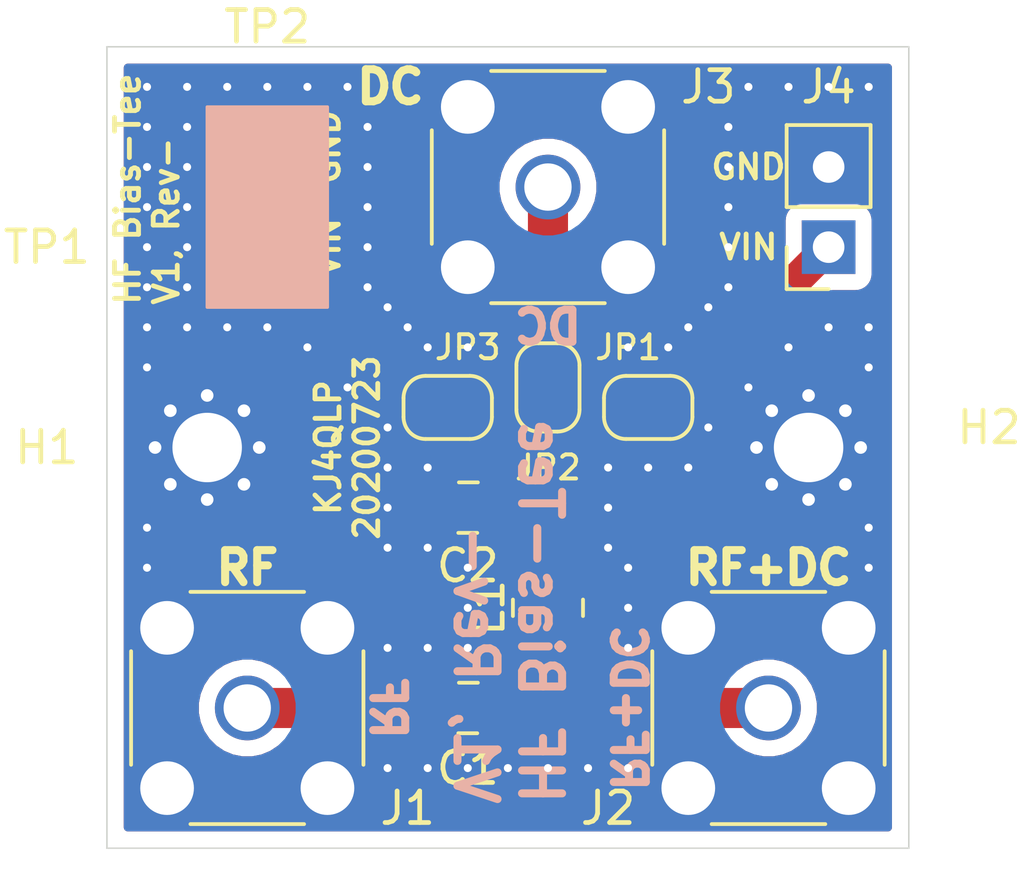
<source format=kicad_pcb>
(kicad_pcb (version 20171130) (host pcbnew 5.1.6-c6e7f7d~87~ubuntu16.04.1)

  (general
    (thickness 1.6)
    (drawings 18)
    (tracks 99)
    (zones 0)
    (modules 14)
    (nets 8)
  )

  (page USLetter)
  (title_block
    (title "HF Bias Tee - Version 1")
    (date 2020-07-23)
    (rev -)
    (company "Amateur Radio")
    (comment 2 creativecommons.org/licenses/by/4.0/)
    (comment 3 "License: CC BY 4.0")
    (comment 4 "Author: Zach Leffke, KJ4QLP")
  )

  (layers
    (0 F.Cu signal)
    (31 B.Cu signal)
    (32 B.Adhes user)
    (33 F.Adhes user)
    (34 B.Paste user)
    (35 F.Paste user)
    (36 B.SilkS user)
    (37 F.SilkS user)
    (38 B.Mask user)
    (39 F.Mask user)
    (40 Dwgs.User user)
    (41 Cmts.User user)
    (42 Eco1.User user)
    (43 Eco2.User user)
    (44 Edge.Cuts user)
    (45 Margin user)
    (46 B.CrtYd user)
    (47 F.CrtYd user)
    (48 B.Fab user)
    (49 F.Fab user)
  )

  (setup
    (last_trace_width 1.27)
    (user_trace_width 0.508)
    (user_trace_width 0.762)
    (user_trace_width 1.016)
    (user_trace_width 1.27)
    (trace_clearance 0.254)
    (zone_clearance 0.508)
    (zone_45_only no)
    (trace_min 0.254)
    (via_size 0.508)
    (via_drill 0.254)
    (via_min_size 0.508)
    (via_min_drill 0.254)
    (user_via 0.762 0.381)
    (user_via 1.016 0.508)
    (uvia_size 0.508)
    (uvia_drill 0.254)
    (uvias_allowed no)
    (uvia_min_size 0.508)
    (uvia_min_drill 0.254)
    (edge_width 0.05)
    (segment_width 0.2)
    (pcb_text_width 0.3)
    (pcb_text_size 1.5 1.5)
    (mod_edge_width 0.12)
    (mod_text_size 1 1)
    (mod_text_width 0.15)
    (pad_size 1.524 1.524)
    (pad_drill 0.762)
    (pad_to_mask_clearance 0.05)
    (aux_axis_origin 0 0)
    (visible_elements FFFDFF7F)
    (pcbplotparams
      (layerselection 0x010fc_ffffffff)
      (usegerberextensions false)
      (usegerberattributes true)
      (usegerberadvancedattributes true)
      (creategerberjobfile true)
      (excludeedgelayer true)
      (linewidth 0.100000)
      (plotframeref false)
      (viasonmask false)
      (mode 1)
      (useauxorigin false)
      (hpglpennumber 1)
      (hpglpenspeed 20)
      (hpglpendiameter 15.000000)
      (psnegative false)
      (psa4output false)
      (plotreference true)
      (plotvalue true)
      (plotinvisibletext false)
      (padsonsilk false)
      (subtractmaskfromsilk false)
      (outputformat 1)
      (mirror false)
      (drillshape 1)
      (scaleselection 1)
      (outputdirectory ""))
  )

  (net 0 "")
  (net 1 "Net-(C1-Pad1)")
  (net 2 "Net-(C1-Pad2)")
  (net 3 "Net-(C2-Pad1)")
  (net 4 GND)
  (net 5 "Net-(J3-Pad1)")
  (net 6 "Net-(J4-Pad1)")
  (net 7 "Net-(JP3-Pad2)")

  (net_class Default "This is the default net class."
    (clearance 0.254)
    (trace_width 0.254)
    (via_dia 0.508)
    (via_drill 0.254)
    (uvia_dia 0.508)
    (uvia_drill 0.254)
    (diff_pair_width 0.254)
    (diff_pair_gap 0.254)
    (add_net GND)
    (add_net "Net-(C1-Pad1)")
    (add_net "Net-(C1-Pad2)")
    (add_net "Net-(C2-Pad1)")
    (add_net "Net-(J3-Pad1)")
    (add_net "Net-(J4-Pad1)")
    (add_net "Net-(JP3-Pad2)")
  )

  (module TestPoint:TestPoint_Pad_2.0x2.0mm (layer F.Cu) (tedit 5A0F774F) (tstamp 5F197600)
    (at 125.73 85.725)
    (descr "SMD rectangular pad as test Point, square 2.0mm side length")
    (tags "test point SMD pad rectangle square")
    (path /5F1ACFF8)
    (attr virtual)
    (fp_text reference TP2 (at 0 -3.81) (layer F.SilkS)
      (effects (font (size 1 1) (thickness 0.15)))
    )
    (fp_text value GND (at 0 2.05) (layer F.Fab)
      (effects (font (size 1 1) (thickness 0.15)))
    )
    (fp_text user %R (at 0 -3.81) (layer F.Fab)
      (effects (font (size 1 1) (thickness 0.15)))
    )
    (fp_line (start -1.2 -1.2) (end 1.2 -1.2) (layer F.SilkS) (width 0.12))
    (fp_line (start 1.2 -1.2) (end 1.2 1.2) (layer F.SilkS) (width 0.12))
    (fp_line (start 1.2 1.2) (end -1.2 1.2) (layer F.SilkS) (width 0.12))
    (fp_line (start -1.2 1.2) (end -1.2 -1.2) (layer F.SilkS) (width 0.12))
    (fp_line (start -1.5 -1.5) (end 1.5 -1.5) (layer F.CrtYd) (width 0.05))
    (fp_line (start -1.5 -1.5) (end -1.5 1.5) (layer F.CrtYd) (width 0.05))
    (fp_line (start 1.5 1.5) (end 1.5 -1.5) (layer F.CrtYd) (width 0.05))
    (fp_line (start 1.5 1.5) (end -1.5 1.5) (layer F.CrtYd) (width 0.05))
    (pad 1 smd rect (at 0 0) (size 2 2) (layers F.Cu F.Mask)
      (net 4 GND))
  )

  (module TestPoint:TestPoint_Pad_2.0x2.0mm (layer F.Cu) (tedit 5A0F774F) (tstamp 5F1975F2)
    (at 125.73 88.9)
    (descr "SMD rectangular pad as test Point, square 2.0mm side length")
    (tags "test point SMD pad rectangle square")
    (path /5F1A643D)
    (attr virtual)
    (fp_text reference TP1 (at -6.985 0) (layer F.SilkS)
      (effects (font (size 1 1) (thickness 0.15)))
    )
    (fp_text value VIN (at 0 2.05) (layer F.Fab)
      (effects (font (size 1 1) (thickness 0.15)))
    )
    (fp_text user %R (at 0 -2) (layer F.Fab)
      (effects (font (size 1 1) (thickness 0.15)))
    )
    (fp_line (start -1.2 -1.2) (end 1.2 -1.2) (layer F.SilkS) (width 0.12))
    (fp_line (start 1.2 -1.2) (end 1.2 1.2) (layer F.SilkS) (width 0.12))
    (fp_line (start 1.2 1.2) (end -1.2 1.2) (layer F.SilkS) (width 0.12))
    (fp_line (start -1.2 1.2) (end -1.2 -1.2) (layer F.SilkS) (width 0.12))
    (fp_line (start -1.5 -1.5) (end 1.5 -1.5) (layer F.CrtYd) (width 0.05))
    (fp_line (start -1.5 -1.5) (end -1.5 1.5) (layer F.CrtYd) (width 0.05))
    (fp_line (start 1.5 1.5) (end 1.5 -1.5) (layer F.CrtYd) (width 0.05))
    (fp_line (start 1.5 1.5) (end -1.5 1.5) (layer F.CrtYd) (width 0.05))
    (pad 1 smd rect (at 0 0) (size 2 2) (layers F.Cu F.Mask)
      (net 7 "Net-(JP3-Pad2)"))
  )

  (module MountingHole:MountingHole_2.2mm_M2_Pad_Via (layer F.Cu) (tedit 56DDB9C7) (tstamp 5F19A5C2)
    (at 142.875 95.25)
    (descr "Mounting Hole 2.2mm, M2")
    (tags "mounting hole 2.2mm m2")
    (path /5F1CF07E)
    (attr virtual)
    (fp_text reference H2 (at 5.715 -0.635) (layer F.SilkS)
      (effects (font (size 1 1) (thickness 0.15)))
    )
    (fp_text value MHP (at 0 3.2) (layer F.Fab)
      (effects (font (size 1 1) (thickness 0.15)))
    )
    (fp_text user %R (at 0.3 0) (layer F.Fab)
      (effects (font (size 1 1) (thickness 0.15)))
    )
    (fp_circle (center 0 0) (end 2.2 0) (layer Cmts.User) (width 0.15))
    (fp_circle (center 0 0) (end 2.45 0) (layer F.CrtYd) (width 0.05))
    (pad 1 thru_hole circle (at 1.166726 -1.166726) (size 0.7 0.7) (drill 0.4) (layers *.Cu *.Mask)
      (net 4 GND))
    (pad 1 thru_hole circle (at 0 -1.65) (size 0.7 0.7) (drill 0.4) (layers *.Cu *.Mask)
      (net 4 GND))
    (pad 1 thru_hole circle (at -1.166726 -1.166726) (size 0.7 0.7) (drill 0.4) (layers *.Cu *.Mask)
      (net 4 GND))
    (pad 1 thru_hole circle (at -1.65 0) (size 0.7 0.7) (drill 0.4) (layers *.Cu *.Mask)
      (net 4 GND))
    (pad 1 thru_hole circle (at -1.166726 1.166726) (size 0.7 0.7) (drill 0.4) (layers *.Cu *.Mask)
      (net 4 GND))
    (pad 1 thru_hole circle (at 0 1.65) (size 0.7 0.7) (drill 0.4) (layers *.Cu *.Mask)
      (net 4 GND))
    (pad 1 thru_hole circle (at 1.166726 1.166726) (size 0.7 0.7) (drill 0.4) (layers *.Cu *.Mask)
      (net 4 GND))
    (pad 1 thru_hole circle (at 1.65 0) (size 0.7 0.7) (drill 0.4) (layers *.Cu *.Mask)
      (net 4 GND))
    (pad 1 thru_hole circle (at 0 0) (size 4.4 4.4) (drill 2.2) (layers *.Cu *.Mask)
      (net 4 GND))
  )

  (module MountingHole:MountingHole_2.2mm_M2_Pad_Via (layer F.Cu) (tedit 56DDB9C7) (tstamp 5F19A5B2)
    (at 123.825 95.25)
    (descr "Mounting Hole 2.2mm, M2")
    (tags "mounting hole 2.2mm m2")
    (path /5F1CF657)
    (attr virtual)
    (fp_text reference H1 (at -5.08 0) (layer F.SilkS)
      (effects (font (size 1 1) (thickness 0.15)))
    )
    (fp_text value MHP (at 0 3.2) (layer F.Fab)
      (effects (font (size 1 1) (thickness 0.15)))
    )
    (fp_text user %R (at 0.3 0) (layer F.Fab)
      (effects (font (size 1 1) (thickness 0.15)))
    )
    (fp_circle (center 0 0) (end 2.2 0) (layer Cmts.User) (width 0.15))
    (fp_circle (center 0 0) (end 2.45 0) (layer F.CrtYd) (width 0.05))
    (pad 1 thru_hole circle (at 1.166726 -1.166726) (size 0.7 0.7) (drill 0.4) (layers *.Cu *.Mask)
      (net 4 GND))
    (pad 1 thru_hole circle (at 0 -1.65) (size 0.7 0.7) (drill 0.4) (layers *.Cu *.Mask)
      (net 4 GND))
    (pad 1 thru_hole circle (at -1.166726 -1.166726) (size 0.7 0.7) (drill 0.4) (layers *.Cu *.Mask)
      (net 4 GND))
    (pad 1 thru_hole circle (at -1.65 0) (size 0.7 0.7) (drill 0.4) (layers *.Cu *.Mask)
      (net 4 GND))
    (pad 1 thru_hole circle (at -1.166726 1.166726) (size 0.7 0.7) (drill 0.4) (layers *.Cu *.Mask)
      (net 4 GND))
    (pad 1 thru_hole circle (at 0 1.65) (size 0.7 0.7) (drill 0.4) (layers *.Cu *.Mask)
      (net 4 GND))
    (pad 1 thru_hole circle (at 1.166726 1.166726) (size 0.7 0.7) (drill 0.4) (layers *.Cu *.Mask)
      (net 4 GND))
    (pad 1 thru_hole circle (at 1.65 0) (size 0.7 0.7) (drill 0.4) (layers *.Cu *.Mask)
      (net 4 GND))
    (pad 1 thru_hole circle (at 0 0) (size 4.4 4.4) (drill 2.2) (layers *.Cu *.Mask)
      (net 4 GND))
  )

  (module Jumper:SolderJumper-2_P1.3mm_Open_RoundedPad1.0x1.5mm (layer F.Cu) (tedit 5B391E66) (tstamp 5F199AAD)
    (at 131.445 93.98 180)
    (descr "SMD Solder Jumper, 1x1.5mm, rounded Pads, 0.3mm gap, open")
    (tags "solder jumper open")
    (path /5F1C9C22)
    (attr virtual)
    (fp_text reference JP3 (at -0.635 1.905) (layer F.SilkS)
      (effects (font (size 0.762 0.762) (thickness 0.127)))
    )
    (fp_text value SJ (at 0 1.9) (layer F.Fab)
      (effects (font (size 1 1) (thickness 0.15)))
    )
    (fp_arc (start -0.7 -0.3) (end -0.7 -1) (angle -90) (layer F.SilkS) (width 0.12))
    (fp_arc (start -0.7 0.3) (end -1.4 0.3) (angle -90) (layer F.SilkS) (width 0.12))
    (fp_arc (start 0.7 0.3) (end 0.7 1) (angle -90) (layer F.SilkS) (width 0.12))
    (fp_arc (start 0.7 -0.3) (end 1.4 -0.3) (angle -90) (layer F.SilkS) (width 0.12))
    (fp_line (start -1.4 0.3) (end -1.4 -0.3) (layer F.SilkS) (width 0.12))
    (fp_line (start 0.7 1) (end -0.7 1) (layer F.SilkS) (width 0.12))
    (fp_line (start 1.4 -0.3) (end 1.4 0.3) (layer F.SilkS) (width 0.12))
    (fp_line (start -0.7 -1) (end 0.7 -1) (layer F.SilkS) (width 0.12))
    (fp_line (start -1.65 -1.25) (end 1.65 -1.25) (layer F.CrtYd) (width 0.05))
    (fp_line (start -1.65 -1.25) (end -1.65 1.25) (layer F.CrtYd) (width 0.05))
    (fp_line (start 1.65 1.25) (end 1.65 -1.25) (layer F.CrtYd) (width 0.05))
    (fp_line (start 1.65 1.25) (end -1.65 1.25) (layer F.CrtYd) (width 0.05))
    (pad 2 smd custom (at 0.65 0 180) (size 1 0.5) (layers F.Cu F.Mask)
      (net 7 "Net-(JP3-Pad2)") (zone_connect 2)
      (options (clearance outline) (anchor rect))
      (primitives
        (gr_circle (center 0 0.25) (end 0.5 0.25) (width 0))
        (gr_circle (center 0 -0.25) (end 0.5 -0.25) (width 0))
        (gr_poly (pts
           (xy 0 -0.75) (xy -0.5 -0.75) (xy -0.5 0.75) (xy 0 0.75)) (width 0))
      ))
    (pad 1 smd custom (at -0.65 0 180) (size 1 0.5) (layers F.Cu F.Mask)
      (net 3 "Net-(C2-Pad1)") (zone_connect 2)
      (options (clearance outline) (anchor rect))
      (primitives
        (gr_circle (center 0 0.25) (end 0.5 0.25) (width 0))
        (gr_circle (center 0 -0.25) (end 0.5 -0.25) (width 0))
        (gr_poly (pts
           (xy 0 -0.75) (xy 0.5 -0.75) (xy 0.5 0.75) (xy 0 0.75)) (width 0))
      ))
  )

  (module Jumper:SolderJumper-2_P1.3mm_Open_RoundedPad1.0x1.5mm (layer F.Cu) (tedit 5B391E66) (tstamp 5F199A79)
    (at 137.795 93.98 180)
    (descr "SMD Solder Jumper, 1x1.5mm, rounded Pads, 0.3mm gap, open")
    (tags "solder jumper open")
    (path /5F1C864D)
    (attr virtual)
    (fp_text reference JP1 (at 0.635 1.905) (layer F.SilkS)
      (effects (font (size 0.762 0.762) (thickness 0.127)))
    )
    (fp_text value SJ (at 0 1.9) (layer F.Fab)
      (effects (font (size 1 1) (thickness 0.15)))
    )
    (fp_arc (start -0.7 -0.3) (end -0.7 -1) (angle -90) (layer F.SilkS) (width 0.12))
    (fp_arc (start -0.7 0.3) (end -1.4 0.3) (angle -90) (layer F.SilkS) (width 0.12))
    (fp_arc (start 0.7 0.3) (end 0.7 1) (angle -90) (layer F.SilkS) (width 0.12))
    (fp_arc (start 0.7 -0.3) (end 1.4 -0.3) (angle -90) (layer F.SilkS) (width 0.12))
    (fp_line (start -1.4 0.3) (end -1.4 -0.3) (layer F.SilkS) (width 0.12))
    (fp_line (start 0.7 1) (end -0.7 1) (layer F.SilkS) (width 0.12))
    (fp_line (start 1.4 -0.3) (end 1.4 0.3) (layer F.SilkS) (width 0.12))
    (fp_line (start -0.7 -1) (end 0.7 -1) (layer F.SilkS) (width 0.12))
    (fp_line (start -1.65 -1.25) (end 1.65 -1.25) (layer F.CrtYd) (width 0.05))
    (fp_line (start -1.65 -1.25) (end -1.65 1.25) (layer F.CrtYd) (width 0.05))
    (fp_line (start 1.65 1.25) (end 1.65 -1.25) (layer F.CrtYd) (width 0.05))
    (fp_line (start 1.65 1.25) (end -1.65 1.25) (layer F.CrtYd) (width 0.05))
    (pad 2 smd custom (at 0.65 0 180) (size 1 0.5) (layers F.Cu F.Mask)
      (net 3 "Net-(C2-Pad1)") (zone_connect 2)
      (options (clearance outline) (anchor rect))
      (primitives
        (gr_circle (center 0 0.25) (end 0.5 0.25) (width 0))
        (gr_circle (center 0 -0.25) (end 0.5 -0.25) (width 0))
        (gr_poly (pts
           (xy 0 -0.75) (xy -0.5 -0.75) (xy -0.5 0.75) (xy 0 0.75)) (width 0))
      ))
    (pad 1 smd custom (at -0.65 0 180) (size 1 0.5) (layers F.Cu F.Mask)
      (net 6 "Net-(J4-Pad1)") (zone_connect 2)
      (options (clearance outline) (anchor rect))
      (primitives
        (gr_circle (center 0 0.25) (end 0.5 0.25) (width 0))
        (gr_circle (center 0 -0.25) (end 0.5 -0.25) (width 0))
        (gr_poly (pts
           (xy 0 -0.75) (xy 0.5 -0.75) (xy 0.5 0.75) (xy 0 0.75)) (width 0))
      ))
  )

  (module Jumper:SolderJumper-2_P1.3mm_Open_RoundedPad1.0x1.5mm (layer F.Cu) (tedit 5B391E66) (tstamp 5F1994A9)
    (at 134.62 93.345 90)
    (descr "SMD Solder Jumper, 1x1.5mm, rounded Pads, 0.3mm gap, open")
    (tags "solder jumper open")
    (path /5F1BC0EF)
    (attr virtual)
    (fp_text reference JP2 (at -2.54 0 180) (layer F.SilkS)
      (effects (font (size 0.762 0.762) (thickness 0.127)))
    )
    (fp_text value SJ (at 0 1.9 90) (layer F.Fab)
      (effects (font (size 1 1) (thickness 0.15)))
    )
    (fp_arc (start -0.7 -0.3) (end -0.7 -1) (angle -90) (layer F.SilkS) (width 0.12))
    (fp_arc (start -0.7 0.3) (end -1.4 0.3) (angle -90) (layer F.SilkS) (width 0.12))
    (fp_arc (start 0.7 0.3) (end 0.7 1) (angle -90) (layer F.SilkS) (width 0.12))
    (fp_arc (start 0.7 -0.3) (end 1.4 -0.3) (angle -90) (layer F.SilkS) (width 0.12))
    (fp_line (start -1.4 0.3) (end -1.4 -0.3) (layer F.SilkS) (width 0.12))
    (fp_line (start 0.7 1) (end -0.7 1) (layer F.SilkS) (width 0.12))
    (fp_line (start 1.4 -0.3) (end 1.4 0.3) (layer F.SilkS) (width 0.12))
    (fp_line (start -0.7 -1) (end 0.7 -1) (layer F.SilkS) (width 0.12))
    (fp_line (start -1.65 -1.25) (end 1.65 -1.25) (layer F.CrtYd) (width 0.05))
    (fp_line (start -1.65 -1.25) (end -1.65 1.25) (layer F.CrtYd) (width 0.05))
    (fp_line (start 1.65 1.25) (end 1.65 -1.25) (layer F.CrtYd) (width 0.05))
    (fp_line (start 1.65 1.25) (end -1.65 1.25) (layer F.CrtYd) (width 0.05))
    (pad 2 smd custom (at 0.65 0 90) (size 1 0.5) (layers F.Cu F.Mask)
      (net 5 "Net-(J3-Pad1)") (zone_connect 2)
      (options (clearance outline) (anchor rect))
      (primitives
        (gr_circle (center 0 0.25) (end 0.5 0.25) (width 0))
        (gr_circle (center 0 -0.25) (end 0.5 -0.25) (width 0))
        (gr_poly (pts
           (xy 0 -0.75) (xy -0.5 -0.75) (xy -0.5 0.75) (xy 0 0.75)) (width 0))
      ))
    (pad 1 smd custom (at -0.65 0 90) (size 1 0.5) (layers F.Cu F.Mask)
      (net 3 "Net-(C2-Pad1)") (zone_connect 2)
      (options (clearance outline) (anchor rect))
      (primitives
        (gr_circle (center 0 0.25) (end 0.5 0.25) (width 0))
        (gr_circle (center 0 -0.25) (end 0.5 -0.25) (width 0))
        (gr_poly (pts
           (xy 0 -0.75) (xy 0.5 -0.75) (xy 0.5 0.75) (xy 0 0.75)) (width 0))
      ))
  )

  (module Connector_PinSocket_2.54mm:PinSocket_1x02_P2.54mm_Vertical (layer F.Cu) (tedit 5A19A420) (tstamp 5F1975D3)
    (at 143.51 88.9 180)
    (descr "Through hole straight socket strip, 1x02, 2.54mm pitch, single row (from Kicad 4.0.7), script generated")
    (tags "Through hole socket strip THT 1x02 2.54mm single row")
    (path /5F1A7B62)
    (fp_text reference J4 (at 0 5.08) (layer F.SilkS)
      (effects (font (size 1 1) (thickness 0.15)))
    )
    (fp_text value DC (at 0 5.31) (layer F.Fab)
      (effects (font (size 1 1) (thickness 0.15)))
    )
    (fp_text user %R (at 0 1.27 90) (layer F.Fab)
      (effects (font (size 1 1) (thickness 0.15)))
    )
    (fp_line (start -1.27 -1.27) (end 0.635 -1.27) (layer F.Fab) (width 0.1))
    (fp_line (start 0.635 -1.27) (end 1.27 -0.635) (layer F.Fab) (width 0.1))
    (fp_line (start 1.27 -0.635) (end 1.27 3.81) (layer F.Fab) (width 0.1))
    (fp_line (start 1.27 3.81) (end -1.27 3.81) (layer F.Fab) (width 0.1))
    (fp_line (start -1.27 3.81) (end -1.27 -1.27) (layer F.Fab) (width 0.1))
    (fp_line (start -1.33 1.27) (end 1.33 1.27) (layer F.SilkS) (width 0.12))
    (fp_line (start -1.33 1.27) (end -1.33 3.87) (layer F.SilkS) (width 0.12))
    (fp_line (start -1.33 3.87) (end 1.33 3.87) (layer F.SilkS) (width 0.12))
    (fp_line (start 1.33 1.27) (end 1.33 3.87) (layer F.SilkS) (width 0.12))
    (fp_line (start 1.33 -1.33) (end 1.33 0) (layer F.SilkS) (width 0.12))
    (fp_line (start 0 -1.33) (end 1.33 -1.33) (layer F.SilkS) (width 0.12))
    (fp_line (start -1.8 -1.8) (end 1.75 -1.8) (layer F.CrtYd) (width 0.05))
    (fp_line (start 1.75 -1.8) (end 1.75 4.3) (layer F.CrtYd) (width 0.05))
    (fp_line (start 1.75 4.3) (end -1.8 4.3) (layer F.CrtYd) (width 0.05))
    (fp_line (start -1.8 4.3) (end -1.8 -1.8) (layer F.CrtYd) (width 0.05))
    (pad 2 thru_hole oval (at 0 2.54 180) (size 1.7 1.7) (drill 1) (layers *.Cu *.Mask)
      (net 4 GND))
    (pad 1 thru_hole rect (at 0 0 180) (size 1.7 1.7) (drill 1) (layers *.Cu *.Mask)
      (net 6 "Net-(J4-Pad1)"))
    (model ${KISYS3DMOD}/Connector_PinSocket_2.54mm.3dshapes/PinSocket_1x02_P2.54mm_Vertical.wrl
      (at (xyz 0 0 0))
      (scale (xyz 1 1 1))
      (rotate (xyz 0 0 0))
    )
  )

  (module Connector_Coaxial:SMA_Amphenol_132134_Vertical (layer F.Cu) (tedit 5B2F4DB6) (tstamp 5F1975BD)
    (at 134.62 86.995)
    (descr https://www.amphenolrf.com/downloads/dl/file/id/2187/product/2843/132134_customer_drawing.pdf)
    (tags "SMA THT Female Jack Vertical ExtendedLegs")
    (path /5F1A9041)
    (fp_text reference J3 (at 5.08 -3.175) (layer F.SilkS)
      (effects (font (size 1 1) (thickness 0.15)))
    )
    (fp_text value DC (at 0 5) (layer F.Fab)
      (effects (font (size 1 1) (thickness 0.15)))
    )
    (fp_text user %R (at 0 0) (layer F.Fab)
      (effects (font (size 1 1) (thickness 0.15)))
    )
    (fp_circle (center 0 0) (end 3.175 0) (layer F.Fab) (width 0.1))
    (fp_line (start 4.17 4.17) (end -4.17 4.17) (layer F.CrtYd) (width 0.05))
    (fp_line (start 4.17 4.17) (end 4.17 -4.17) (layer F.CrtYd) (width 0.05))
    (fp_line (start -4.17 -4.17) (end -4.17 4.17) (layer F.CrtYd) (width 0.05))
    (fp_line (start -4.17 -4.17) (end 4.17 -4.17) (layer F.CrtYd) (width 0.05))
    (fp_line (start -3.5 -3.5) (end 3.5 -3.5) (layer F.Fab) (width 0.1))
    (fp_line (start -3.5 -3.5) (end -3.5 3.5) (layer F.Fab) (width 0.1))
    (fp_line (start -3.5 3.5) (end 3.5 3.5) (layer F.Fab) (width 0.1))
    (fp_line (start 3.5 -3.5) (end 3.5 3.5) (layer F.Fab) (width 0.1))
    (fp_line (start -3.68 -1.8) (end -3.68 1.8) (layer F.SilkS) (width 0.12))
    (fp_line (start 3.68 -1.8) (end 3.68 1.8) (layer F.SilkS) (width 0.12))
    (fp_line (start -1.8 3.68) (end 1.8 3.68) (layer F.SilkS) (width 0.12))
    (fp_line (start -1.8 -3.68) (end 1.8 -3.68) (layer F.SilkS) (width 0.12))
    (pad 2 thru_hole circle (at -2.54 2.54) (size 2.25 2.25) (drill 1.7) (layers *.Cu *.Mask)
      (net 4 GND))
    (pad 2 thru_hole circle (at -2.54 -2.54) (size 2.25 2.25) (drill 1.7) (layers *.Cu *.Mask)
      (net 4 GND))
    (pad 2 thru_hole circle (at 2.54 -2.54) (size 2.25 2.25) (drill 1.7) (layers *.Cu *.Mask)
      (net 4 GND))
    (pad 2 thru_hole circle (at 2.54 2.54) (size 2.25 2.25) (drill 1.7) (layers *.Cu *.Mask)
      (net 4 GND))
    (pad 1 thru_hole circle (at 0 0) (size 2.05 2.05) (drill 1.5) (layers *.Cu *.Mask)
      (net 5 "Net-(J3-Pad1)"))
    (model ${KISYS3DMOD}/Connector_Coaxial.3dshapes/SMA_Amphenol_132134_Vertical.wrl
      (at (xyz 0 0 0))
      (scale (xyz 1 1 1))
      (rotate (xyz 0 0 0))
    )
  )

  (module Connector_Coaxial:SMA_Amphenol_132134_Vertical (layer F.Cu) (tedit 5B2F4DB6) (tstamp 5F1975A9)
    (at 141.605 103.505)
    (descr https://www.amphenolrf.com/downloads/dl/file/id/2187/product/2843/132134_customer_drawing.pdf)
    (tags "SMA THT Female Jack Vertical ExtendedLegs")
    (path /5F19325B)
    (fp_text reference J2 (at -5.08 3.175) (layer F.SilkS)
      (effects (font (size 1 1) (thickness 0.15)))
    )
    (fp_text value RF+DC (at 0 5) (layer F.Fab)
      (effects (font (size 1 1) (thickness 0.15)))
    )
    (fp_text user %R (at 0 0) (layer F.Fab)
      (effects (font (size 1 1) (thickness 0.15)))
    )
    (fp_circle (center 0 0) (end 3.175 0) (layer F.Fab) (width 0.1))
    (fp_line (start 4.17 4.17) (end -4.17 4.17) (layer F.CrtYd) (width 0.05))
    (fp_line (start 4.17 4.17) (end 4.17 -4.17) (layer F.CrtYd) (width 0.05))
    (fp_line (start -4.17 -4.17) (end -4.17 4.17) (layer F.CrtYd) (width 0.05))
    (fp_line (start -4.17 -4.17) (end 4.17 -4.17) (layer F.CrtYd) (width 0.05))
    (fp_line (start -3.5 -3.5) (end 3.5 -3.5) (layer F.Fab) (width 0.1))
    (fp_line (start -3.5 -3.5) (end -3.5 3.5) (layer F.Fab) (width 0.1))
    (fp_line (start -3.5 3.5) (end 3.5 3.5) (layer F.Fab) (width 0.1))
    (fp_line (start 3.5 -3.5) (end 3.5 3.5) (layer F.Fab) (width 0.1))
    (fp_line (start -3.68 -1.8) (end -3.68 1.8) (layer F.SilkS) (width 0.12))
    (fp_line (start 3.68 -1.8) (end 3.68 1.8) (layer F.SilkS) (width 0.12))
    (fp_line (start -1.8 3.68) (end 1.8 3.68) (layer F.SilkS) (width 0.12))
    (fp_line (start -1.8 -3.68) (end 1.8 -3.68) (layer F.SilkS) (width 0.12))
    (pad 2 thru_hole circle (at -2.54 2.54) (size 2.25 2.25) (drill 1.7) (layers *.Cu *.Mask)
      (net 4 GND))
    (pad 2 thru_hole circle (at -2.54 -2.54) (size 2.25 2.25) (drill 1.7) (layers *.Cu *.Mask)
      (net 4 GND))
    (pad 2 thru_hole circle (at 2.54 -2.54) (size 2.25 2.25) (drill 1.7) (layers *.Cu *.Mask)
      (net 4 GND))
    (pad 2 thru_hole circle (at 2.54 2.54) (size 2.25 2.25) (drill 1.7) (layers *.Cu *.Mask)
      (net 4 GND))
    (pad 1 thru_hole circle (at 0 0) (size 2.05 2.05) (drill 1.5) (layers *.Cu *.Mask)
      (net 1 "Net-(C1-Pad1)"))
    (model ${KISYS3DMOD}/Connector_Coaxial.3dshapes/SMA_Amphenol_132134_Vertical.wrl
      (at (xyz 0 0 0))
      (scale (xyz 1 1 1))
      (rotate (xyz 0 0 0))
    )
  )

  (module Connector_Coaxial:SMA_Amphenol_132134_Vertical (layer F.Cu) (tedit 5B2F4DB6) (tstamp 5F197595)
    (at 125.095 103.505)
    (descr https://www.amphenolrf.com/downloads/dl/file/id/2187/product/2843/132134_customer_drawing.pdf)
    (tags "SMA THT Female Jack Vertical ExtendedLegs")
    (path /5F1946C2)
    (fp_text reference J1 (at 5.08 3.175) (layer F.SilkS)
      (effects (font (size 1 1) (thickness 0.15)))
    )
    (fp_text value RF (at 0 5) (layer F.Fab)
      (effects (font (size 1 1) (thickness 0.15)))
    )
    (fp_text user %R (at 0 0) (layer F.Fab)
      (effects (font (size 1 1) (thickness 0.15)))
    )
    (fp_circle (center 0 0) (end 3.175 0) (layer F.Fab) (width 0.1))
    (fp_line (start 4.17 4.17) (end -4.17 4.17) (layer F.CrtYd) (width 0.05))
    (fp_line (start 4.17 4.17) (end 4.17 -4.17) (layer F.CrtYd) (width 0.05))
    (fp_line (start -4.17 -4.17) (end -4.17 4.17) (layer F.CrtYd) (width 0.05))
    (fp_line (start -4.17 -4.17) (end 4.17 -4.17) (layer F.CrtYd) (width 0.05))
    (fp_line (start -3.5 -3.5) (end 3.5 -3.5) (layer F.Fab) (width 0.1))
    (fp_line (start -3.5 -3.5) (end -3.5 3.5) (layer F.Fab) (width 0.1))
    (fp_line (start -3.5 3.5) (end 3.5 3.5) (layer F.Fab) (width 0.1))
    (fp_line (start 3.5 -3.5) (end 3.5 3.5) (layer F.Fab) (width 0.1))
    (fp_line (start -3.68 -1.8) (end -3.68 1.8) (layer F.SilkS) (width 0.12))
    (fp_line (start 3.68 -1.8) (end 3.68 1.8) (layer F.SilkS) (width 0.12))
    (fp_line (start -1.8 3.68) (end 1.8 3.68) (layer F.SilkS) (width 0.12))
    (fp_line (start -1.8 -3.68) (end 1.8 -3.68) (layer F.SilkS) (width 0.12))
    (pad 2 thru_hole circle (at -2.54 2.54) (size 2.25 2.25) (drill 1.7) (layers *.Cu *.Mask)
      (net 4 GND))
    (pad 2 thru_hole circle (at -2.54 -2.54) (size 2.25 2.25) (drill 1.7) (layers *.Cu *.Mask)
      (net 4 GND))
    (pad 2 thru_hole circle (at 2.54 -2.54) (size 2.25 2.25) (drill 1.7) (layers *.Cu *.Mask)
      (net 4 GND))
    (pad 2 thru_hole circle (at 2.54 2.54) (size 2.25 2.25) (drill 1.7) (layers *.Cu *.Mask)
      (net 4 GND))
    (pad 1 thru_hole circle (at 0 0) (size 2.05 2.05) (drill 1.5) (layers *.Cu *.Mask)
      (net 2 "Net-(C1-Pad2)"))
    (model ${KISYS3DMOD}/Connector_Coaxial.3dshapes/SMA_Amphenol_132134_Vertical.wrl
      (at (xyz 0 0 0))
      (scale (xyz 1 1 1))
      (rotate (xyz 0 0 0))
    )
  )

  (module Inductor_SMD:L_1008_2520Metric (layer F.Cu) (tedit 5D4AF589) (tstamp 5F1975E4)
    (at 134.62 100.33 270)
    (descr "Inductor SMD 1008 (2520 Metric), square (rectangular) end terminal, IPC_7351 nominal, (Body size source: https://ecsxtal.com/store/pdf/ECS-MPI2520-SMD-POWER-INDUCTOR.pdf), generated with kicad-footprint-generator")
    (tags inductor)
    (path /5F1925AF)
    (attr smd)
    (fp_text reference L1 (at 0 1.905 90) (layer F.SilkS)
      (effects (font (size 1 1) (thickness 0.15)))
    )
    (fp_text value 4.7uH (at 0 2.05 90) (layer F.Fab)
      (effects (font (size 1 1) (thickness 0.15)))
    )
    (fp_text user %R (at 0 0 90) (layer F.Fab)
      (effects (font (size 0.62 0.62) (thickness 0.09)))
    )
    (fp_line (start -1.25 1) (end -1.25 -1) (layer F.Fab) (width 0.1))
    (fp_line (start -1.25 -1) (end 1.25 -1) (layer F.Fab) (width 0.1))
    (fp_line (start 1.25 -1) (end 1.25 1) (layer F.Fab) (width 0.1))
    (fp_line (start 1.25 1) (end -1.25 1) (layer F.Fab) (width 0.1))
    (fp_line (start -0.261252 -1.11) (end 0.261252 -1.11) (layer F.SilkS) (width 0.12))
    (fp_line (start -0.261252 1.11) (end 0.261252 1.11) (layer F.SilkS) (width 0.12))
    (fp_line (start -1.95 1.35) (end -1.95 -1.35) (layer F.CrtYd) (width 0.05))
    (fp_line (start -1.95 -1.35) (end 1.95 -1.35) (layer F.CrtYd) (width 0.05))
    (fp_line (start 1.95 -1.35) (end 1.95 1.35) (layer F.CrtYd) (width 0.05))
    (fp_line (start 1.95 1.35) (end -1.95 1.35) (layer F.CrtYd) (width 0.05))
    (pad 2 smd roundrect (at 1.075 0 270) (size 1.25 2.2) (layers F.Cu F.Paste F.Mask) (roundrect_rratio 0.2)
      (net 1 "Net-(C1-Pad1)"))
    (pad 1 smd roundrect (at -1.075 0 270) (size 1.25 2.2) (layers F.Cu F.Paste F.Mask) (roundrect_rratio 0.2)
      (net 3 "Net-(C2-Pad1)"))
    (model ${KISYS3DMOD}/Inductor_SMD.3dshapes/L_1008_2520Metric.wrl
      (at (xyz 0 0 0))
      (scale (xyz 1 1 1))
      (rotate (xyz 0 0 0))
    )
  )

  (module digikey-footprints:0805 (layer F.Cu) (tedit 5D288D36) (tstamp 5F197581)
    (at 132.08 97.155 180)
    (path /5F191233)
    (attr smd)
    (fp_text reference C2 (at 0 -1.84) (layer F.SilkS)
      (effects (font (size 1 1) (thickness 0.15)))
    )
    (fp_text value 0.1uF (at 0 1.95) (layer F.Fab)
      (effects (font (size 1 1) (thickness 0.15)))
    )
    (fp_line (start -1.9 0.93) (end 1.9 0.93) (layer F.CrtYd) (width 0.05))
    (fp_line (start -1.9 -0.93) (end 1.9 -0.93) (layer F.CrtYd) (width 0.05))
    (fp_line (start 1.9 0.93) (end 1.9 -0.93) (layer F.CrtYd) (width 0.05))
    (fp_line (start -1.9 0.93) (end -1.9 -0.93) (layer F.CrtYd) (width 0.05))
    (fp_line (start -0.32 0.8) (end 0.28 0.8) (layer F.SilkS) (width 0.12))
    (fp_line (start -0.3 -0.8) (end 0.3 -0.8) (layer F.SilkS) (width 0.12))
    (fp_line (start -0.95 0.68) (end 0.95 0.68) (layer F.Fab) (width 0.12))
    (fp_line (start -0.95 -0.68) (end 0.95 -0.68) (layer F.Fab) (width 0.12))
    (fp_line (start 0.95 -0.675) (end 0.95 0.675) (layer F.Fab) (width 0.12))
    (fp_line (start -0.95 -0.675) (end -0.95 0.675) (layer F.Fab) (width 0.12))
    (pad 1 smd rect (at -1.05 0 180) (size 1.2 1.2) (layers F.Cu F.Paste F.Mask)
      (net 3 "Net-(C2-Pad1)"))
    (pad 2 smd rect (at 1.05 0 180) (size 1.2 1.2) (layers F.Cu F.Paste F.Mask)
      (net 4 GND))
  )

  (module digikey-footprints:0805 (layer F.Cu) (tedit 5D288D36) (tstamp 5F197571)
    (at 132.08 103.505 180)
    (path /5F192088)
    (attr smd)
    (fp_text reference C1 (at 0 -1.905) (layer F.SilkS)
      (effects (font (size 1 1) (thickness 0.15)))
    )
    (fp_text value 0.1uF (at 0 1.95) (layer F.Fab)
      (effects (font (size 1 1) (thickness 0.15)))
    )
    (fp_line (start -1.9 0.93) (end 1.9 0.93) (layer F.CrtYd) (width 0.05))
    (fp_line (start -1.9 -0.93) (end 1.9 -0.93) (layer F.CrtYd) (width 0.05))
    (fp_line (start 1.9 0.93) (end 1.9 -0.93) (layer F.CrtYd) (width 0.05))
    (fp_line (start -1.9 0.93) (end -1.9 -0.93) (layer F.CrtYd) (width 0.05))
    (fp_line (start -0.32 0.8) (end 0.28 0.8) (layer F.SilkS) (width 0.12))
    (fp_line (start -0.3 -0.8) (end 0.3 -0.8) (layer F.SilkS) (width 0.12))
    (fp_line (start -0.95 0.68) (end 0.95 0.68) (layer F.Fab) (width 0.12))
    (fp_line (start -0.95 -0.68) (end 0.95 -0.68) (layer F.Fab) (width 0.12))
    (fp_line (start 0.95 -0.675) (end 0.95 0.675) (layer F.Fab) (width 0.12))
    (fp_line (start -0.95 -0.675) (end -0.95 0.675) (layer F.Fab) (width 0.12))
    (pad 1 smd rect (at -1.05 0 180) (size 1.2 1.2) (layers F.Cu F.Paste F.Mask)
      (net 1 "Net-(C1-Pad1)"))
    (pad 2 smd rect (at 1.05 0 180) (size 1.2 1.2) (layers F.Cu F.Paste F.Mask)
      (net 2 "Net-(C1-Pad2)"))
  )

  (gr_text "KJ4QLP\n20200723" (at 128.27 95.25 90) (layer F.SilkS)
    (effects (font (size 0.762 0.762) (thickness 0.1524)))
  )
  (gr_poly (pts (xy 127.635 90.805) (xy 123.825 90.805) (xy 123.825 84.455) (xy 127.635 84.455)) (layer B.SilkS) (width 0.1))
  (gr_text "HF Bias-Tee \nV1, Rev-\n" (at 121.92 90.805 90) (layer F.SilkS) (tstamp 5F19D8B3)
    (effects (font (size 0.762 0.762) (thickness 0.1524)) (justify left))
  )
  (gr_text DC (at 134.62 91.44) (layer B.SilkS) (tstamp 5F19D49F)
    (effects (font (size 1.016 1.016) (thickness 0.254)) (justify mirror))
  )
  (gr_text RF+DC (at 137.16 103.505 270) (layer B.SilkS) (tstamp 5F19D49C)
    (effects (font (size 1.016 1.016) (thickness 0.254)) (justify mirror))
  )
  (gr_text RF (at 129.54 103.505 270) (layer B.SilkS) (tstamp 5F19D499)
    (effects (font (size 1.016 1.016) (thickness 0.254)) (justify mirror))
  )
  (gr_text "HF Bias-Tee\nV1, Rev-\n" (at 133.35 106.68 270) (layer B.SilkS)
    (effects (font (size 1.27 1.27) (thickness 0.254)) (justify left mirror))
  )
  (gr_text VIN (at 127.635 88.9 90) (layer F.SilkS) (tstamp 5F19862B)
    (effects (font (size 0.762 0.762) (thickness 0.1524)))
  )
  (gr_text GND (at 127.635 85.725 90) (layer F.SilkS) (tstamp 5F198628)
    (effects (font (size 0.762 0.762) (thickness 0.1524)))
  )
  (gr_text GND (at 140.97 86.36) (layer F.SilkS) (tstamp 5F1985F1)
    (effects (font (size 0.762 0.762) (thickness 0.1524)))
  )
  (gr_text VIN (at 140.97 88.9) (layer F.SilkS) (tstamp 5F1985EA)
    (effects (font (size 0.762 0.762) (thickness 0.1524)))
  )
  (gr_text DC (at 130.81 83.82) (layer F.SilkS) (tstamp 5F1985E6)
    (effects (font (size 1.016 1.016) (thickness 0.254)) (justify right))
  )
  (gr_text RF (at 125.095 99.06) (layer F.SilkS) (tstamp 5F1985E2)
    (effects (font (size 1.016 1.016) (thickness 0.254)))
  )
  (gr_text RF+DC (at 141.605 99.06) (layer F.SilkS)
    (effects (font (size 1.016 1.016) (thickness 0.254)))
  )
  (gr_line (start 146.05 107.95) (end 120.65 107.95) (layer Edge.Cuts) (width 0.05) (tstamp 5F19824C))
  (gr_line (start 146.05 82.55) (end 146.05 107.95) (layer Edge.Cuts) (width 0.05))
  (gr_line (start 120.65 82.55) (end 146.05 82.55) (layer Edge.Cuts) (width 0.05))
  (gr_line (start 120.65 107.95) (end 120.65 82.55) (layer Edge.Cuts) (width 0.05))

  (segment (start 134.62 103.505) (end 141.605 103.505) (width 1.27) (layer F.Cu) (net 1))
  (segment (start 134.62 101.405) (end 134.62 103.505) (width 1.27) (layer F.Cu) (net 1))
  (segment (start 134.62 103.505) (end 133.13 103.505) (width 1.27) (layer F.Cu) (net 1))
  (segment (start 125.095 103.505) (end 131.03 103.505) (width 1.27) (layer F.Cu) (net 2))
  (segment (start 133.13 97.155) (end 134.62 97.155) (width 1.27) (layer F.Cu) (net 3))
  (segment (start 134.62 99.255) (end 134.62 97.155) (width 1.27) (layer F.Cu) (net 3))
  (segment (start 134.62 97.155) (end 134.62 94.08401) (width 1.27) (layer F.Cu) (net 3))
  (segment (start 132.18401 94.06901) (end 132.18401 93.98) (width 1.27) (layer F.Cu) (net 3))
  (segment (start 134.62 94.08401) (end 132.19901 94.08401) (width 1.27) (layer F.Cu) (net 3))
  (segment (start 132.19901 94.08401) (end 132.18401 94.06901) (width 1.27) (layer F.Cu) (net 3))
  (segment (start 137.05599 94.06901) (end 137.05599 93.98) (width 1.27) (layer F.Cu) (net 3))
  (segment (start 134.62 94.08401) (end 137.04099 94.08401) (width 1.27) (layer F.Cu) (net 3))
  (segment (start 137.04099 94.08401) (end 137.05599 94.06901) (width 1.27) (layer F.Cu) (net 3))
  (via (at 132.08 101.6) (size 0.508) (drill 0.254) (layers F.Cu B.Cu) (net 4))
  (via (at 130.81 101.6) (size 0.508) (drill 0.254) (layers F.Cu B.Cu) (net 4))
  (via (at 129.54 101.6) (size 0.508) (drill 0.254) (layers F.Cu B.Cu) (net 4) (tstamp 5F19AEF5))
  (via (at 129.54 105.41) (size 0.508) (drill 0.254) (layers F.Cu B.Cu) (net 4) (tstamp 5F19AEF7))
  (via (at 130.81 105.41) (size 0.508) (drill 0.254) (layers F.Cu B.Cu) (net 4) (tstamp 5F19AEF9))
  (via (at 132.08 105.41) (size 0.508) (drill 0.254) (layers F.Cu B.Cu) (net 4) (tstamp 5F19AEFB))
  (via (at 133.35 105.41) (size 0.508) (drill 0.254) (layers F.Cu B.Cu) (net 4) (tstamp 5F19AEFD))
  (via (at 134.62 105.41) (size 0.508) (drill 0.254) (layers F.Cu B.Cu) (net 4) (tstamp 5F19AEFF))
  (via (at 135.89 105.41) (size 0.508) (drill 0.254) (layers F.Cu B.Cu) (net 4) (tstamp 5F19AF01))
  (via (at 137.16 105.41) (size 0.508) (drill 0.254) (layers F.Cu B.Cu) (net 4) (tstamp 5F19AF03))
  (via (at 137.16 101.6) (size 0.508) (drill 0.254) (layers F.Cu B.Cu) (net 4) (tstamp 5F19AF07))
  (via (at 130.81 98.425) (size 0.508) (drill 0.254) (layers F.Cu B.Cu) (net 4) (tstamp 5F19B265))
  (via (at 132.08 99.06) (size 0.508) (drill 0.254) (layers F.Cu B.Cu) (net 4) (tstamp 5F19B2FF))
  (via (at 132.08 100.33) (size 0.508) (drill 0.254) (layers F.Cu B.Cu) (net 4) (tstamp 5F19B32D))
  (via (at 137.16 100.33) (size 0.508) (drill 0.254) (layers F.Cu B.Cu) (net 4) (tstamp 5F19B32F))
  (via (at 137.16 99.06) (size 0.508) (drill 0.254) (layers F.Cu B.Cu) (net 4) (tstamp 5F19B331))
  (via (at 136.525 98.425) (size 0.508) (drill 0.254) (layers F.Cu B.Cu) (net 4) (tstamp 5F19B333))
  (via (at 129.54 98.425) (size 0.508) (drill 0.254) (layers F.Cu B.Cu) (net 4) (tstamp 5F19B335))
  (via (at 129.54 97.155) (size 0.508) (drill 0.254) (layers F.Cu B.Cu) (net 4) (tstamp 5F19B347))
  (via (at 129.54 95.885) (size 0.508) (drill 0.254) (layers F.Cu B.Cu) (net 4) (tstamp 5F19B34B))
  (via (at 125.73 91.44) (size 0.508) (drill 0.254) (layers F.Cu B.Cu) (net 4) (tstamp 5F19B3F1))
  (via (at 124.46 91.44) (size 0.508) (drill 0.254) (layers F.Cu B.Cu) (net 4) (tstamp 5F19B3F3))
  (via (at 128.27 93.345) (size 0.508) (drill 0.254) (layers F.Cu B.Cu) (net 4) (tstamp 5F19B3F5))
  (via (at 127 92.075) (size 0.508) (drill 0.254) (layers F.Cu B.Cu) (net 4) (tstamp 5F19B3F9))
  (via (at 129.54 94.615) (size 0.508) (drill 0.254) (layers F.Cu B.Cu) (net 4) (tstamp 5F19B3FD))
  (via (at 121.92 88.9) (size 0.508) (drill 0.254) (layers F.Cu B.Cu) (net 4) (tstamp 5F19B3FF))
  (via (at 123.19 91.44) (size 0.508) (drill 0.254) (layers F.Cu B.Cu) (net 4) (tstamp 5F19B403))
  (via (at 121.92 90.17) (size 0.508) (drill 0.254) (layers F.Cu B.Cu) (net 4) (tstamp 5F19B405))
  (via (at 121.92 86.36) (size 0.508) (drill 0.254) (layers F.Cu B.Cu) (net 4) (tstamp 5F19B407))
  (via (at 121.92 87.63) (size 0.508) (drill 0.254) (layers F.Cu B.Cu) (net 4) (tstamp 5F19B409))
  (via (at 136.525 95.885) (size 0.508) (drill 0.254) (layers F.Cu B.Cu) (net 4) (tstamp 5F19C0AB))
  (via (at 136.525 97.155) (size 0.508) (drill 0.254) (layers F.Cu B.Cu) (net 4) (tstamp 5F19C0B2))
  (via (at 130.81 95.885) (size 0.508) (drill 0.254) (layers F.Cu B.Cu) (net 4) (tstamp 5F19C0B7))
  (via (at 121.92 85.09) (size 0.508) (drill 0.254) (layers F.Cu B.Cu) (net 4) (tstamp 5F19C739))
  (via (at 121.92 83.82) (size 0.508) (drill 0.254) (layers F.Cu B.Cu) (net 4) (tstamp 5F19C73B))
  (via (at 124.46 83.82) (size 0.508) (drill 0.254) (layers F.Cu B.Cu) (net 4) (tstamp 5F19C745))
  (via (at 123.19 83.82) (size 0.508) (drill 0.254) (layers F.Cu B.Cu) (net 4) (tstamp 5F19C746))
  (via (at 125.73 83.82) (size 0.508) (drill 0.254) (layers F.Cu B.Cu) (net 4) (tstamp 5F19C747))
  (via (at 127 83.82) (size 0.508) (drill 0.254) (layers F.Cu B.Cu) (net 4) (tstamp 5F19C748))
  (via (at 128.27 83.82) (size 0.508) (drill 0.254) (layers F.Cu B.Cu) (net 4) (tstamp 5F19C749))
  (via (at 128.905 90.17) (size 0.508) (drill 0.254) (layers F.Cu B.Cu) (net 4) (tstamp 5F19C76B))
  (via (at 129.54 90.805) (size 0.508) (drill 0.254) (layers F.Cu B.Cu) (net 4) (tstamp 5F19C76D))
  (via (at 128.905 88.9) (size 0.508) (drill 0.254) (layers F.Cu B.Cu) (net 4) (tstamp 5F19C76F))
  (via (at 130.175 91.44) (size 0.508) (drill 0.254) (layers F.Cu B.Cu) (net 4) (tstamp 5F19C771))
  (via (at 130.81 92.075) (size 0.508) (drill 0.254) (layers F.Cu B.Cu) (net 4) (tstamp 5F19C773))
  (via (at 128.905 87.63) (size 0.508) (drill 0.254) (layers F.Cu B.Cu) (net 4) (tstamp 5F19C776))
  (via (at 128.905 85.09) (size 0.508) (drill 0.254) (layers F.Cu B.Cu) (net 4) (tstamp 5F19C778))
  (via (at 128.905 86.36) (size 0.508) (drill 0.254) (layers F.Cu B.Cu) (net 4) (tstamp 5F19C77A))
  (via (at 137.795 95.885) (size 0.508) (drill 0.254) (layers F.Cu B.Cu) (net 4) (tstamp 5F19C78F))
  (via (at 139.065 95.885) (size 0.508) (drill 0.254) (layers F.Cu B.Cu) (net 4) (tstamp 5F19C791))
  (via (at 139.7 94.615) (size 0.508) (drill 0.254) (layers F.Cu B.Cu) (net 4) (tstamp 5F19C793))
  (via (at 138.43 92.075) (size 0.508) (drill 0.254) (layers F.Cu B.Cu) (net 4) (tstamp 5F19C795))
  (via (at 140.97 93.345) (size 0.508) (drill 0.254) (layers F.Cu B.Cu) (net 4) (tstamp 5F19C797))
  (via (at 142.24 92.075) (size 0.508) (drill 0.254) (layers F.Cu B.Cu) (net 4) (tstamp 5F19C799))
  (via (at 143.51 91.44) (size 0.508) (drill 0.254) (layers F.Cu B.Cu) (net 4) (tstamp 5F19C79D))
  (via (at 144.78 91.44) (size 0.508) (drill 0.254) (layers F.Cu B.Cu) (net 4) (tstamp 5F19C7A1))
  (via (at 139.065 91.44) (size 0.508) (drill 0.254) (layers F.Cu B.Cu) (net 4) (tstamp 5F19C7C0))
  (via (at 139.7 90.805) (size 0.508) (drill 0.254) (layers F.Cu B.Cu) (net 4) (tstamp 5F19C7C2))
  (via (at 140.335 90.17) (size 0.508) (drill 0.254) (layers F.Cu B.Cu) (net 4) (tstamp 5F19C7C4))
  (via (at 140.335 88.9) (size 0.508) (drill 0.254) (layers F.Cu B.Cu) (net 4) (tstamp 5F19C7C6))
  (via (at 140.335 87.63) (size 0.508) (drill 0.254) (layers F.Cu B.Cu) (net 4) (tstamp 5F19C7C8))
  (via (at 140.335 86.36) (size 0.508) (drill 0.254) (layers F.Cu B.Cu) (net 4) (tstamp 5F19C7CA))
  (via (at 140.335 85.09) (size 0.508) (drill 0.254) (layers F.Cu B.Cu) (net 4) (tstamp 5F19C7CC))
  (via (at 140.97 83.82) (size 0.508) (drill 0.254) (layers F.Cu B.Cu) (net 4) (tstamp 5F19C884))
  (via (at 143.51 83.82) (size 0.508) (drill 0.254) (layers F.Cu B.Cu) (net 4) (tstamp 5F19C886))
  (via (at 142.24 83.82) (size 0.508) (drill 0.254) (layers F.Cu B.Cu) (net 4) (tstamp 5F19C887))
  (via (at 144.78 83.82) (size 0.508) (drill 0.254) (layers F.Cu B.Cu) (net 4) (tstamp 5F19C888))
  (via (at 132.08 92.075) (size 0.508) (drill 0.254) (layers F.Cu B.Cu) (net 4) (tstamp 5F19C8B4))
  (via (at 137.16 92.075) (size 0.508) (drill 0.254) (layers F.Cu B.Cu) (net 4) (tstamp 5F19C8B7))
  (via (at 121.92 91.44) (size 0.508) (drill 0.254) (layers F.Cu B.Cu) (net 4) (tstamp 5F19C8BA))
  (via (at 121.92 92.71) (size 0.508) (drill 0.254) (layers F.Cu B.Cu) (net 4) (tstamp 5F19C8BC))
  (via (at 144.78 92.71) (size 0.508) (drill 0.254) (layers F.Cu B.Cu) (net 4) (tstamp 5F19C8BE))
  (via (at 123.19 85.09) (size 0.508) (drill 0.254) (layers F.Cu B.Cu) (net 4) (tstamp 5F19CC89))
  (via (at 123.19 86.36) (size 0.508) (drill 0.254) (layers F.Cu B.Cu) (net 4) (tstamp 5F19CC8B))
  (via (at 123.19 87.63) (size 0.508) (drill 0.254) (layers F.Cu B.Cu) (net 4) (tstamp 5F19CC8D))
  (via (at 123.19 88.9) (size 0.508) (drill 0.254) (layers F.Cu B.Cu) (net 4) (tstamp 5F19CC8F))
  (via (at 123.19 90.17) (size 0.508) (drill 0.254) (layers F.Cu B.Cu) (net 4) (tstamp 5F19CC91))
  (via (at 121.92 99.06) (size 0.508) (drill 0.254) (layers F.Cu B.Cu) (net 4) (tstamp 5F19DC4D))
  (via (at 121.92 97.79) (size 0.508) (drill 0.254) (layers F.Cu B.Cu) (net 4) (tstamp 5F19DC50))
  (via (at 144.78 97.79) (size 0.508) (drill 0.254) (layers F.Cu B.Cu) (net 4) (tstamp 5F19DC52))
  (via (at 144.78 99.06) (size 0.508) (drill 0.254) (layers F.Cu B.Cu) (net 4) (tstamp 5F19DC54))
  (segment (start 134.62 86.995) (end 134.62 92.56) (width 1.27) (layer F.Cu) (net 5))
  (segment (start 138.453 93.957) (end 138.453 93.98) (width 1.016) (layer F.Cu) (net 6))
  (segment (start 143.51 88.9) (end 138.453 93.957) (width 1.016) (layer F.Cu) (net 6))
  (segment (start 130.787 93.957) (end 130.787 93.98) (width 1.016) (layer F.Cu) (net 7))
  (segment (start 125.73 88.9) (end 130.787 93.957) (width 1.016) (layer F.Cu) (net 7))

  (zone (net 4) (net_name GND) (layer F.Cu) (tstamp 0) (hatch edge 0.508)
    (connect_pads yes (clearance 0.508))
    (min_thickness 0.254)
    (fill yes (arc_segments 32) (thermal_gap 0.508) (thermal_bridge_width 0.508))
    (polygon
      (pts
        (xy 146.05 107.95) (xy 120.65 107.95) (xy 120.65 82.55) (xy 146.05 82.55)
      )
    )
    (filled_polygon
      (pts
        (xy 145.390001 107.29) (xy 121.31 107.29) (xy 121.31 103.341504) (xy 123.435 103.341504) (xy 123.435 103.668496)
        (xy 123.498793 103.989204) (xy 123.623927 104.291305) (xy 123.805594 104.563188) (xy 124.036812 104.794406) (xy 124.308695 104.976073)
        (xy 124.610796 105.101207) (xy 124.931504 105.165) (xy 125.258496 105.165) (xy 125.579204 105.101207) (xy 125.881305 104.976073)
        (xy 126.153188 104.794406) (xy 126.172594 104.775) (xy 130.45738 104.775) (xy 130.643963 104.756623) (xy 130.688635 104.743072)
        (xy 130.995 104.743072) (xy 131.119482 104.730812) (xy 131.23918 104.694502) (xy 131.349494 104.635537) (xy 131.445 104.557158)
        (xy 131.540506 104.635537) (xy 131.65082 104.694502) (xy 131.770518 104.730812) (xy 131.895 104.743072) (xy 132.201365 104.743072)
        (xy 132.246037 104.756623) (xy 132.43262 104.775) (xy 134.55762 104.775) (xy 134.62 104.781144) (xy 134.68238 104.775)
        (xy 140.527406 104.775) (xy 140.546812 104.794406) (xy 140.818695 104.976073) (xy 141.120796 105.101207) (xy 141.441504 105.165)
        (xy 141.768496 105.165) (xy 142.089204 105.101207) (xy 142.391305 104.976073) (xy 142.663188 104.794406) (xy 142.894406 104.563188)
        (xy 143.076073 104.291305) (xy 143.201207 103.989204) (xy 143.265 103.668496) (xy 143.265 103.341504) (xy 143.201207 103.020796)
        (xy 143.076073 102.718695) (xy 142.894406 102.446812) (xy 142.663188 102.215594) (xy 142.391305 102.033927) (xy 142.089204 101.908793)
        (xy 141.768496 101.845) (xy 141.441504 101.845) (xy 141.120796 101.908793) (xy 140.818695 102.033927) (xy 140.546812 102.215594)
        (xy 140.527406 102.235) (xy 136.228923 102.235) (xy 136.290472 102.11985) (xy 136.341008 101.953254) (xy 136.358072 101.78)
        (xy 136.358072 101.03) (xy 136.341008 100.856746) (xy 136.290472 100.69015) (xy 136.208405 100.536614) (xy 136.097962 100.402038)
        (xy 136.010183 100.33) (xy 136.097962 100.257962) (xy 136.208405 100.123386) (xy 136.290472 99.96985) (xy 136.341008 99.803254)
        (xy 136.358072 99.63) (xy 136.358072 98.88) (xy 136.341008 98.706746) (xy 136.290472 98.54015) (xy 136.208405 98.386614)
        (xy 136.097962 98.252038) (xy 135.963386 98.141595) (xy 135.89 98.102369) (xy 135.89 97.217379) (xy 135.896144 97.155)
        (xy 135.89 97.09262) (xy 135.89 95.35401) (xy 136.977663 95.35401) (xy 137.095991 95.365664) (xy 137.12055 95.365664)
        (xy 137.145 95.368072) (xy 137.645 95.368072) (xy 137.769482 95.355812) (xy 137.795 95.348071) (xy 137.820518 95.355812)
        (xy 137.945 95.368072) (xy 138.445 95.368072) (xy 138.46945 95.365664) (xy 138.494009 95.365664) (xy 138.61849 95.353404)
        (xy 138.714623 95.334282) (xy 138.834319 95.297973) (xy 138.924875 95.260464) (xy 139.035192 95.201498) (xy 139.116691 95.147042)
        (xy 139.213382 95.06769) (xy 139.28269 94.998382) (xy 139.362042 94.901691) (xy 139.416498 94.820192) (xy 139.475464 94.709875)
        (xy 139.512973 94.619319) (xy 139.549282 94.499623) (xy 139.554859 94.471586) (xy 143.638374 90.388072) (xy 144.36 90.388072)
        (xy 144.484482 90.375812) (xy 144.60418 90.339502) (xy 144.714494 90.280537) (xy 144.811185 90.201185) (xy 144.890537 90.104494)
        (xy 144.949502 89.99418) (xy 144.985812 89.874482) (xy 144.998072 89.75) (xy 144.998072 88.05) (xy 144.985812 87.925518)
        (xy 144.949502 87.80582) (xy 144.890537 87.695506) (xy 144.811185 87.598815) (xy 144.714494 87.519463) (xy 144.60418 87.460498)
        (xy 144.484482 87.424188) (xy 144.36 87.411928) (xy 142.66 87.411928) (xy 142.535518 87.424188) (xy 142.41582 87.460498)
        (xy 142.305506 87.519463) (xy 142.208815 87.598815) (xy 142.129463 87.695506) (xy 142.070498 87.80582) (xy 142.034188 87.925518)
        (xy 142.021928 88.05) (xy 142.021928 88.771626) (xy 138.201627 92.591928) (xy 137.945 92.591928) (xy 137.820518 92.604188)
        (xy 137.795 92.611929) (xy 137.769482 92.604188) (xy 137.645 92.591928) (xy 137.145 92.591928) (xy 137.12055 92.594336)
        (xy 137.095991 92.594336) (xy 136.97151 92.606596) (xy 136.875377 92.625718) (xy 136.755681 92.662027) (xy 136.665125 92.699536)
        (xy 136.554808 92.758502) (xy 136.473309 92.812958) (xy 136.472027 92.81401) (xy 136.008072 92.81401) (xy 136.008072 92.695)
        (xy 136.005664 92.67055) (xy 136.005664 92.645991) (xy 135.993404 92.52151) (xy 135.974282 92.425377) (xy 135.937973 92.305681)
        (xy 135.900464 92.215125) (xy 135.89 92.195548) (xy 135.89 88.072594) (xy 135.909406 88.053188) (xy 136.091073 87.781305)
        (xy 136.216207 87.479204) (xy 136.28 87.158496) (xy 136.28 86.831504) (xy 136.216207 86.510796) (xy 136.091073 86.208695)
        (xy 135.909406 85.936812) (xy 135.678188 85.705594) (xy 135.406305 85.523927) (xy 135.104204 85.398793) (xy 134.783496 85.335)
        (xy 134.456504 85.335) (xy 134.135796 85.398793) (xy 133.833695 85.523927) (xy 133.561812 85.705594) (xy 133.330594 85.936812)
        (xy 133.148927 86.208695) (xy 133.023793 86.510796) (xy 132.96 86.831504) (xy 132.96 87.158496) (xy 133.023793 87.479204)
        (xy 133.148927 87.781305) (xy 133.330594 88.053188) (xy 133.35 88.072594) (xy 133.350001 92.195547) (xy 133.339536 92.215125)
        (xy 133.302027 92.305681) (xy 133.265718 92.425377) (xy 133.246596 92.52151) (xy 133.234336 92.645991) (xy 133.234336 92.67055)
        (xy 133.231928 92.695) (xy 133.231928 92.81401) (xy 132.767973 92.81401) (xy 132.766691 92.812958) (xy 132.685192 92.758502)
        (xy 132.574875 92.699536) (xy 132.484319 92.662027) (xy 132.364623 92.625718) (xy 132.26849 92.606596) (xy 132.144009 92.594336)
        (xy 132.11945 92.594336) (xy 132.095 92.591928) (xy 131.595 92.591928) (xy 131.470518 92.604188) (xy 131.445 92.611929)
        (xy 131.419482 92.604188) (xy 131.295 92.591928) (xy 131.038374 92.591928) (xy 127.618072 89.171627) (xy 127.618072 87.65)
        (xy 127.605812 87.525518) (xy 127.569502 87.40582) (xy 127.510537 87.295506) (xy 127.431185 87.198815) (xy 127.334494 87.119463)
        (xy 127.22418 87.060498) (xy 127.104482 87.024188) (xy 126.98 87.011928) (xy 124.48 87.011928) (xy 124.355518 87.024188)
        (xy 124.23582 87.060498) (xy 124.125506 87.119463) (xy 124.028815 87.198815) (xy 123.949463 87.295506) (xy 123.890498 87.40582)
        (xy 123.854188 87.525518) (xy 123.841928 87.65) (xy 123.841928 90.15) (xy 123.854188 90.274482) (xy 123.890498 90.39418)
        (xy 123.949463 90.504494) (xy 124.028815 90.601185) (xy 124.125506 90.680537) (xy 124.23582 90.739502) (xy 124.355518 90.775812)
        (xy 124.48 90.788072) (xy 126.001627 90.788072) (xy 129.685141 94.471587) (xy 129.690718 94.499623) (xy 129.727027 94.619319)
        (xy 129.764536 94.709875) (xy 129.823502 94.820192) (xy 129.877958 94.901691) (xy 129.95731 94.998382) (xy 130.026618 95.06769)
        (xy 130.123309 95.147042) (xy 130.204808 95.201498) (xy 130.315125 95.260464) (xy 130.405681 95.297973) (xy 130.525377 95.334282)
        (xy 130.62151 95.353404) (xy 130.745991 95.365664) (xy 130.77055 95.365664) (xy 130.795 95.368072) (xy 131.295 95.368072)
        (xy 131.419482 95.355812) (xy 131.445 95.348071) (xy 131.470518 95.355812) (xy 131.595 95.368072) (xy 132.095 95.368072)
        (xy 132.11945 95.365664) (xy 132.144009 95.365664) (xy 132.262337 95.35401) (xy 133.350001 95.35401) (xy 133.35 95.885)
        (xy 133.06762 95.885) (xy 132.881037 95.903377) (xy 132.836365 95.916928) (xy 132.53 95.916928) (xy 132.405518 95.929188)
        (xy 132.28582 95.965498) (xy 132.175506 96.024463) (xy 132.078815 96.103815) (xy 131.999463 96.200506) (xy 131.940498 96.31082)
        (xy 131.904188 96.430518) (xy 131.891928 96.555) (xy 131.891928 96.861365) (xy 131.878377 96.906037) (xy 131.853856 97.155)
        (xy 131.878377 97.403963) (xy 131.891928 97.448635) (xy 131.891928 97.755) (xy 131.904188 97.879482) (xy 131.940498 97.99918)
        (xy 131.999463 98.109494) (xy 132.078815 98.206185) (xy 132.175506 98.285537) (xy 132.28582 98.344502) (xy 132.405518 98.380812)
        (xy 132.53 98.393072) (xy 132.836365 98.393072) (xy 132.881037 98.406623) (xy 133.013905 98.419709) (xy 132.949528 98.54015)
        (xy 132.898992 98.706746) (xy 132.881928 98.88) (xy 132.881928 99.63) (xy 132.898992 99.803254) (xy 132.949528 99.96985)
        (xy 133.031595 100.123386) (xy 133.142038 100.257962) (xy 133.229817 100.33) (xy 133.142038 100.402038) (xy 133.031595 100.536614)
        (xy 132.949528 100.69015) (xy 132.898992 100.856746) (xy 132.881928 101.03) (xy 132.881928 101.78) (xy 132.898992 101.953254)
        (xy 132.949528 102.11985) (xy 133.011077 102.235) (xy 132.43262 102.235) (xy 132.246037 102.253377) (xy 132.201365 102.266928)
        (xy 131.895 102.266928) (xy 131.770518 102.279188) (xy 131.65082 102.315498) (xy 131.540506 102.374463) (xy 131.445 102.452842)
        (xy 131.349494 102.374463) (xy 131.23918 102.315498) (xy 131.119482 102.279188) (xy 130.995 102.266928) (xy 130.688635 102.266928)
        (xy 130.643963 102.253377) (xy 130.45738 102.235) (xy 126.172594 102.235) (xy 126.153188 102.215594) (xy 125.881305 102.033927)
        (xy 125.579204 101.908793) (xy 125.258496 101.845) (xy 124.931504 101.845) (xy 124.610796 101.908793) (xy 124.308695 102.033927)
        (xy 124.036812 102.215594) (xy 123.805594 102.446812) (xy 123.623927 102.718695) (xy 123.498793 103.020796) (xy 123.435 103.341504)
        (xy 121.31 103.341504) (xy 121.31 83.21) (xy 145.39 83.21)
      )
    )
  )
  (zone (net 4) (net_name GND) (layer B.Cu) (tstamp 5F198D96) (hatch edge 0.508)
    (connect_pads yes (clearance 0.508))
    (min_thickness 0.254)
    (fill yes (arc_segments 32) (thermal_gap 0.508) (thermal_bridge_width 0.508))
    (polygon
      (pts
        (xy 146.05 107.95) (xy 120.65 107.95) (xy 120.65 82.55) (xy 146.05 82.55)
      )
    )
    (filled_polygon
      (pts
        (xy 145.390001 107.29) (xy 121.31 107.29) (xy 121.31 103.341504) (xy 123.435 103.341504) (xy 123.435 103.668496)
        (xy 123.498793 103.989204) (xy 123.623927 104.291305) (xy 123.805594 104.563188) (xy 124.036812 104.794406) (xy 124.308695 104.976073)
        (xy 124.610796 105.101207) (xy 124.931504 105.165) (xy 125.258496 105.165) (xy 125.579204 105.101207) (xy 125.881305 104.976073)
        (xy 126.153188 104.794406) (xy 126.384406 104.563188) (xy 126.566073 104.291305) (xy 126.691207 103.989204) (xy 126.755 103.668496)
        (xy 126.755 103.341504) (xy 139.945 103.341504) (xy 139.945 103.668496) (xy 140.008793 103.989204) (xy 140.133927 104.291305)
        (xy 140.315594 104.563188) (xy 140.546812 104.794406) (xy 140.818695 104.976073) (xy 141.120796 105.101207) (xy 141.441504 105.165)
        (xy 141.768496 105.165) (xy 142.089204 105.101207) (xy 142.391305 104.976073) (xy 142.663188 104.794406) (xy 142.894406 104.563188)
        (xy 143.076073 104.291305) (xy 143.201207 103.989204) (xy 143.265 103.668496) (xy 143.265 103.341504) (xy 143.201207 103.020796)
        (xy 143.076073 102.718695) (xy 142.894406 102.446812) (xy 142.663188 102.215594) (xy 142.391305 102.033927) (xy 142.089204 101.908793)
        (xy 141.768496 101.845) (xy 141.441504 101.845) (xy 141.120796 101.908793) (xy 140.818695 102.033927) (xy 140.546812 102.215594)
        (xy 140.315594 102.446812) (xy 140.133927 102.718695) (xy 140.008793 103.020796) (xy 139.945 103.341504) (xy 126.755 103.341504)
        (xy 126.691207 103.020796) (xy 126.566073 102.718695) (xy 126.384406 102.446812) (xy 126.153188 102.215594) (xy 125.881305 102.033927)
        (xy 125.579204 101.908793) (xy 125.258496 101.845) (xy 124.931504 101.845) (xy 124.610796 101.908793) (xy 124.308695 102.033927)
        (xy 124.036812 102.215594) (xy 123.805594 102.446812) (xy 123.623927 102.718695) (xy 123.498793 103.020796) (xy 123.435 103.341504)
        (xy 121.31 103.341504) (xy 121.31 86.831504) (xy 132.96 86.831504) (xy 132.96 87.158496) (xy 133.023793 87.479204)
        (xy 133.148927 87.781305) (xy 133.330594 88.053188) (xy 133.561812 88.284406) (xy 133.833695 88.466073) (xy 134.135796 88.591207)
        (xy 134.456504 88.655) (xy 134.783496 88.655) (xy 135.104204 88.591207) (xy 135.406305 88.466073) (xy 135.678188 88.284406)
        (xy 135.909406 88.053188) (xy 135.911536 88.05) (xy 142.021928 88.05) (xy 142.021928 89.75) (xy 142.034188 89.874482)
        (xy 142.070498 89.99418) (xy 142.129463 90.104494) (xy 142.208815 90.201185) (xy 142.305506 90.280537) (xy 142.41582 90.339502)
        (xy 142.535518 90.375812) (xy 142.66 90.388072) (xy 144.36 90.388072) (xy 144.484482 90.375812) (xy 144.60418 90.339502)
        (xy 144.714494 90.280537) (xy 144.811185 90.201185) (xy 144.890537 90.104494) (xy 144.949502 89.99418) (xy 144.985812 89.874482)
        (xy 144.998072 89.75) (xy 144.998072 88.05) (xy 144.985812 87.925518) (xy 144.949502 87.80582) (xy 144.890537 87.695506)
        (xy 144.811185 87.598815) (xy 144.714494 87.519463) (xy 144.60418 87.460498) (xy 144.484482 87.424188) (xy 144.36 87.411928)
        (xy 142.66 87.411928) (xy 142.535518 87.424188) (xy 142.41582 87.460498) (xy 142.305506 87.519463) (xy 142.208815 87.598815)
        (xy 142.129463 87.695506) (xy 142.070498 87.80582) (xy 142.034188 87.925518) (xy 142.021928 88.05) (xy 135.911536 88.05)
        (xy 136.091073 87.781305) (xy 136.216207 87.479204) (xy 136.28 87.158496) (xy 136.28 86.831504) (xy 136.216207 86.510796)
        (xy 136.091073 86.208695) (xy 135.909406 85.936812) (xy 135.678188 85.705594) (xy 135.406305 85.523927) (xy 135.104204 85.398793)
        (xy 134.783496 85.335) (xy 134.456504 85.335) (xy 134.135796 85.398793) (xy 133.833695 85.523927) (xy 133.561812 85.705594)
        (xy 133.330594 85.936812) (xy 133.148927 86.208695) (xy 133.023793 86.510796) (xy 132.96 86.831504) (xy 121.31 86.831504)
        (xy 121.31 83.21) (xy 145.39 83.21)
      )
    )
  )
)

</source>
